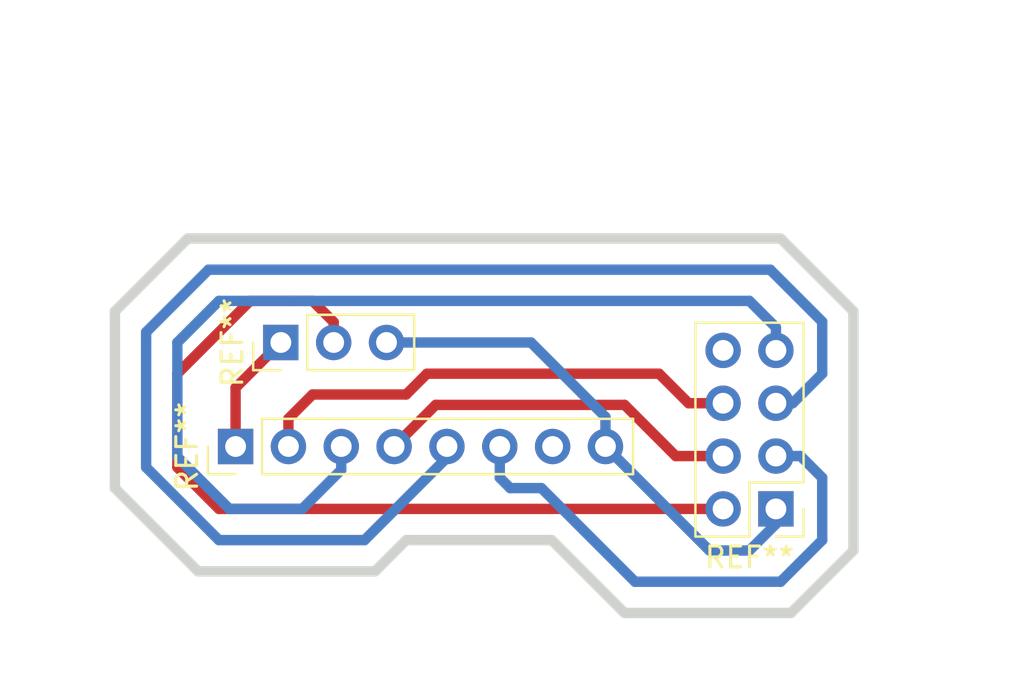
<source format=kicad_pcb>
(kicad_pcb (version 20240108) (generator "pcbnew") (generator_version "8.0")
  (layers (0 "F.Cu" signal) (31 "B.Cu" signal) (34 "B.Paste" user) (35 "F.Paste" user) (36 "B.SilkS" user "B.Silkscreen") (37 "F.SilkS" user "F.Silkscreen") (38 "B.Mask" user) (39 "F.Mask" user) (44 "Edge.Cuts" user))
  (net 0 "")
  (footprint "Connector_PinHeader_2.54mm:PinHeader_1x03_P2.54mm_Vertical" (layer "F.Cu") (at 196.475 71.5 90)
    (property "Reference" "REF**" (at 0 -2.33 90) (layer "F.SilkS"))
    (property "Value" "PinHeader_1x03_P2.54mm_Vertical")
    (fp_line (start -1.33 -1.33) (end 0 -1.33) (stroke (width 0.12)) (layer "F.SilkS"))
    (fp_line (start -1.33 0) (end -1.33 -1.33) (stroke (width 0.12)) (layer "F.SilkS"))
    (fp_line (start 1.33 1.27) (end 1.33 6.41) (stroke (width 0.12)) (layer "F.SilkS"))
    (fp_line (start -1.33 1.27) (end 1.33 1.27) (stroke (width 0.12)) (layer "F.SilkS"))
    (fp_line (start -1.33 1.27) (end -1.33 6.41) (stroke (width 0.12)) (layer "F.SilkS"))
    (fp_line (start -1.33 6.41) (end 1.33 6.41) (stroke (width 0.12)) (layer "F.SilkS"))
    (pad "1" thru_hole rect (at 0 0 90) (size 1.7 1.7) (drill 1) (layers "*.Cu" "*.Mask"))
    (pad "2" thru_hole oval (at 0 2.54 90) (size 1.7 1.7) (drill 1) (layers "*.Cu" "*.Mask"))
    (pad "3" thru_hole oval (at 0 5.08 90) (size 1.7 1.7) (drill 1) (layers "*.Cu" "*.Mask"))
  )
  (footprint "Connector_PinHeader_2.54mm:PinHeader_2x04_P2.54mm_Vertical" (layer "F.Cu") (at 220.275 79.5 180)
    (property "Reference" "REF**" (at 1.27 -2.33 0) (layer "F.SilkS"))
    (property "Value" "PinHeader_2x04_P2.54mm_Vertical")
    (fp_line (start 3.87 -1.33) (end 3.87 8.95) (stroke (width 0.12)) (layer "F.SilkS"))
    (fp_line (start 1.27 1.27) (end 1.27 -1.33) (stroke (width 0.12)) (layer "F.SilkS"))
    (fp_line (start 1.27 -1.33) (end 3.87 -1.33) (stroke (width 0.12)) (layer "F.SilkS"))
    (fp_line (start -1.33 8.95) (end 3.87 8.95) (stroke (width 0.12)) (layer "F.SilkS"))
    (fp_line (start -1.33 1.27) (end 1.27 1.27) (stroke (width 0.12)) (layer "F.SilkS"))
    (fp_line (start -1.33 1.27) (end -1.33 8.95) (stroke (width 0.12)) (layer "F.SilkS"))
    (fp_line (start -1.33 0) (end -1.33 -1.33) (stroke (width 0.12)) (layer "F.SilkS"))
    (fp_line (start -1.33 -1.33) (end 0 -1.33) (stroke (width 0.12)) (layer "F.SilkS"))
    (pad "1" thru_hole rect (at 0 0 180) (size 1.7 1.7) (drill 1) (layers "*.Cu" "*.Mask"))
    (pad "2" thru_hole oval (at 2.54 0 180) (size 1.7 1.7) (drill 1) (layers "*.Cu" "*.Mask"))
    (pad "3" thru_hole oval (at 0 2.54 180) (size 1.7 1.7) (drill 1) (layers "*.Cu" "*.Mask"))
    (pad "4" thru_hole oval (at 2.54 2.54 180) (size 1.7 1.7) (drill 1) (layers "*.Cu" "*.Mask"))
    (pad "5" thru_hole oval (at 0 5.08 180) (size 1.7 1.7) (drill 1) (layers "*.Cu" "*.Mask"))
    (pad "6" thru_hole oval (at 2.54 5.08 180) (size 1.7 1.7) (drill 1) (layers "*.Cu" "*.Mask"))
    (pad "7" thru_hole oval (at 0 7.62 180) (size 1.7 1.7) (drill 1) (layers "*.Cu" "*.Mask"))
    (pad "8" thru_hole oval (at 2.54 7.62 180) (size 1.7 1.7) (drill 1) (layers "*.Cu" "*.Mask"))
  )
  (footprint "Connector_PinHeader_2.54mm:PinHeader_1x08_P2.54mm_Vertical" (layer "F.Cu") (at 194.3 76.5 90)
    (property "Reference" "REF**" (at 0 -2.33 90) (layer "F.SilkS"))
    (property "Value" "PinHeader_1x08_P2.54mm_Vertical")
    (fp_line (start -1.33 -1.33) (end 0 -1.33) (stroke (width 0.12)) (layer "F.SilkS"))
    (fp_line (start -1.33 0) (end -1.33 -1.33) (stroke (width 0.12)) (layer "F.SilkS"))
    (fp_line (start 1.33 1.27) (end 1.33 19.11) (stroke (width 0.12)) (layer "F.SilkS"))
    (fp_line (start -1.33 1.27) (end 1.33 1.27) (stroke (width 0.12)) (layer "F.SilkS"))
    (fp_line (start -1.33 1.27) (end -1.33 19.11) (stroke (width 0.12)) (layer "F.SilkS"))
    (fp_line (start -1.33 19.11) (end 1.33 19.11) (stroke (width 0.12)) (layer "F.SilkS"))
    (pad "1" thru_hole rect (at 0 0 90) (size 1.7 1.7) (drill 1) (layers "*.Cu" "*.Mask"))
    (pad "2" thru_hole oval (at 0 2.54 90) (size 1.7 1.7) (drill 1) (layers "*.Cu" "*.Mask"))
    (pad "3" thru_hole oval (at 0 5.08 90) (size 1.7 1.7) (drill 1) (layers "*.Cu" "*.Mask"))
    (pad "4" thru_hole oval (at 0 7.62 90) (size 1.7 1.7) (drill 1) (layers "*.Cu" "*.Mask"))
    (pad "5" thru_hole oval (at 0 10.16 90) (size 1.7 1.7) (drill 1) (layers "*.Cu" "*.Mask"))
    (pad "6" thru_hole oval (at 0 12.7 90) (size 1.7 1.7) (drill 1) (layers "*.Cu" "*.Mask"))
    (pad "7" thru_hole oval (at 0 15.24 90) (size 1.7 1.7) (drill 1) (layers "*.Cu" "*.Mask"))
    (pad "8" thru_hole oval (at 0 17.78 90) (size 1.7 1.7) (drill 1) (layers "*.Cu" "*.Mask"))
  )
  (gr_line (start 209.5 81) (end 202.5 81) (stroke (width 0.5)) (layer "Edge.Cuts"))
  (gr_line (start 220.5 66.5) (end 224 70) (stroke (width 0.5)) (layer "Edge.Cuts"))
  (gr_line (start 221 84.5) (end 213 84.5) (stroke (width 0.5)) (layer "Edge.Cuts"))
  (gr_line (start 192 66.5) (end 220.5 66.5) (stroke (width 0.5)) (layer "Edge.Cuts"))
  (gr_line (start 188.5 78.5) (end 188.5 70) (stroke (width 0.5)) (layer "Edge.Cuts"))
  (gr_line (start 188.5 70) (end 192 66.5) (stroke (width 0.5)) (layer "Edge.Cuts"))
  (gr_line (start 192.5 82.5) (end 188.5 78.5) (stroke (width 0.5)) (layer "Edge.Cuts"))
  (gr_line (start 202.5 81) (end 201 82.5) (stroke (width 0.5)) (layer "Edge.Cuts"))
  (gr_line (start 224 81.5) (end 221 84.5) (stroke (width 0.5)) (layer "Edge.Cuts"))
  (gr_line (start 201 82.5) (end 192.5 82.5) (stroke (width 0.5)) (layer "Edge.Cuts"))
  (gr_line (start 213 84.5) (end 209.5 81) (stroke (width 0.5)) (layer "Edge.Cuts"))
  (gr_line (start 224 70) (end 224 81.5) (stroke (width 0.5)) (layer "Edge.Cuts"))
  (segment (start 194.3 73.675) (end 196.475 71.5) (width 0.5) (layer "F.Cu") (net 0))
  (segment (start 203.92 74.5) (end 213 74.5) (width 0.5) (layer "F.Cu") (net 0))
  (segment (start 195 69.5) (end 191.5 73) (width 0.5) (layer "F.Cu") (net 0))
  (segment (start 199.015 71.5) (end 199.015 70.515) (width 0.5) (layer "F.Cu") (net 0))
  (segment (start 201.92 76.5) (end 203.92 74.5) (width 0.5) (layer "F.Cu") (net 0))
  (segment (start 216.0775 74.42) (end 217.735 74.42) (width 0.5) (layer "F.Cu") (net 0))
  (segment (start 197 69.5) (end 195 69.5) (width 0.5) (layer "F.Cu") (net 0))
  (segment (start 199.015 70.515) (end 198 69.5) (width 0.5) (layer "F.Cu") (net 0))
  (segment (start 202.5 74) (end 203.5 73) (width 0.5) (layer "F.Cu") (net 0))
  (segment (start 191.5 77.5) (end 193.5 79.5) (width 0.5) (layer "F.Cu") (net 0))
  (segment (start 191.5 73) (end 191.5 77.5) (width 0.5) (layer "F.Cu") (net 0))
  (segment (start 215.46 76.96) (end 217.735 76.96) (width 0.5) (layer "F.Cu") (net 0))
  (segment (start 196.84 75.16) (end 198 74) (width 0.5) (layer "F.Cu") (net 0))
  (segment (start 203.5 73) (end 214.6575 73) (width 0.5) (layer "F.Cu") (net 0))
  (segment (start 193.5 79.5) (end 217.735 79.5) (width 0.5) (layer "F.Cu") (net 0))
  (segment (start 198 74) (end 202.5 74) (width 0.5) (layer "F.Cu") (net 0))
  (segment (start 214.6575 73) (end 216.0775 74.42) (width 0.5) (layer "F.Cu") (net 0))
  (segment (start 196.84 76.5) (end 196.84 75.16) (width 0.5) (layer "F.Cu") (net 0))
  (segment (start 213 74.5) (end 215.46 76.96) (width 0.5) (layer "F.Cu") (net 0))
  (segment (start 194.3 76.5) (end 194.3 73.675) (width 0.5) (layer "F.Cu") (net 0))
  (segment (start 198 69.5) (end 197.015 69.5) (width 0.5) (layer "F.Cu") (net 0))
  (segment (start 197.015 69.5) (end 197 69.5) (width 0.2) (layer "F.Cu") (net 0))
  (segment (start 220.275 74.42) (end 221.08 74.42) (width 0.5) (layer "B.Cu") (net 0))
  (segment (start 193.5 69.5) (end 219 69.5) (width 0.5) (layer "B.Cu") (net 0))
  (segment (start 208.5 71.5) (end 212.08 75.08) (width 0.5) (layer "B.Cu") (net 0))
  (segment (start 200 81) (end 200 80.96) (width 0.2) (layer "B.Cu") (net 0))
  (segment (start 212.08 75.08) (end 212.08 76.5) (width 0.5) (layer "B.Cu") (net 0))
  (segment (start 191.5 77) (end 191.5 71.5) (width 0.5) (layer "B.Cu") (net 0))
  (segment (start 222.5 78) (end 222.5 81) (width 0.5) (layer "B.Cu") (net 0))
  (segment (start 209 78.5) (end 207.5 78.5) (width 0.5) (layer "B.Cu") (net 0))
  (segment (start 199.38 77.62) (end 197.5 79.5) (width 0.5) (layer "B.Cu") (net 0))
  (segment (start 200 81) (end 200.5 81) (width 0.5) (layer "B.Cu") (net 0))
  (segment (start 222.5 73) (end 222.5 70.5) (width 0.5) (layer "B.Cu") (net 0))
  (segment (start 207.5 78.5) (end 207 78) (width 0.5) (layer "B.Cu") (net 0))
  (segment (start 190 71) (end 190 77.5) (width 0.5) (layer "B.Cu") (net 0))
  (segment (start 222.5 70.5) (end 220 68) (width 0.5) (layer "B.Cu") (net 0))
  (segment (start 199.38 76.5) (end 199.38 77.62) (width 0.5) (layer "B.Cu") (net 0))
  (segment (start 191.5 71.5) (end 193.5 69.5) (width 0.5) (layer "B.Cu") (net 0))
  (segment (start 194 79.5) (end 191.5 77) (width 0.5) (layer "B.Cu") (net 0))
  (segment (start 219 81.5) (end 220.275 80.225) (width 0.5) (layer "B.Cu") (net 0))
  (segment (start 220.275 80.225) (end 220.275 79.5) (width 0.5) (layer "B.Cu") (net 0))
  (segment (start 219 69.5) (end 220.275 70.775) (width 0.5) (layer "B.Cu") (net 0))
  (segment (start 220.275 70.775) (end 220.275 71.88) (width 0.5) (layer "B.Cu") (net 0))
  (segment (start 193 68) (end 190 71) (width 0.5) (layer "B.Cu") (net 0))
  (segment (start 212.08 76.5) (end 217.08 81.5) (width 0.5) (layer "B.Cu") (net 0))
  (segment (start 190 77.5) (end 193.5 81) (width 0.5) (layer "B.Cu") (net 0))
  (segment (start 217.08 81.5) (end 219 81.5) (width 0.5) (layer "B.Cu") (net 0))
  (segment (start 221.08 74.42) (end 222.5 73) (width 0.5) (layer "B.Cu") (net 0))
  (segment (start 213.5 83) (end 209 78.5) (width 0.5) (layer "B.Cu") (net 0))
  (segment (start 222.5 81) (end 220.5 83) (width 0.5) (layer "B.Cu") (net 0))
  (segment (start 220 68) (end 193 68) (width 0.5) (layer "B.Cu") (net 0))
  (segment (start 193.5 81) (end 200 81) (width 0.5) (layer "B.Cu") (net 0))
  (segment (start 220.5 83) (end 213.5 83) (width 0.5) (layer "B.Cu") (net 0))
  (segment (start 207 78) (end 207 76.5) (width 0.5) (layer "B.Cu") (net 0))
  (segment (start 197.5 79.5) (end 194 79.5) (width 0.5) (layer "B.Cu") (net 0))
  (segment (start 200.5 81) (end 204.46 77.04) (width 0.5) (layer "B.Cu") (net 0))
  (segment (start 204.46 77.04) (end 204.46 76.5) (width 0.5) (layer "B.Cu") (net 0))
  (segment (start 221.46 76.96) (end 222.5 78) (width 0.5) (layer "B.Cu") (net 0))
  (segment (start 220.275 76.96) (end 221.46 76.96) (width 0.5) (layer "B.Cu") (net 0))
  (segment (start 201.555 71.5) (end 208.5 71.5) (width 0.5) (layer "B.Cu") (net 0))
)
</source>
